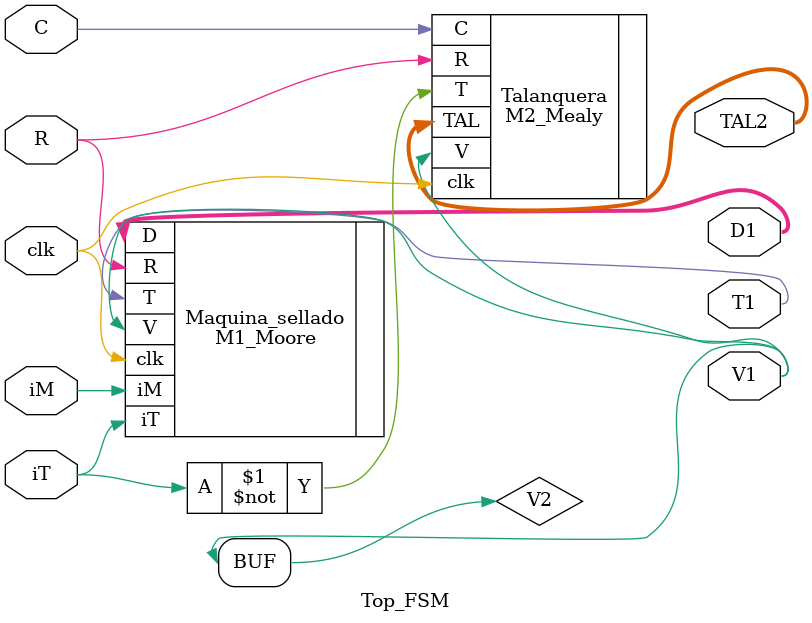
<source format=sv>
`timescale 1ns / 1ps

module Top_FSM(
    input  logic clk,
    input  logic R,
    input  logic iT,   // entrada libre para M1
    input  logic iM,   // entrada libre para M1
    input  logic C,    // entrada libre para M2
    output logic T1, V1,           // salidas de M1
    output logic [1:0] D1,         // salida D de M1
    output logic [1:0] TAL2        // salida talanquera
);
    // Señales internas
    logic V2;

    typedef enum logic [1:0] {DOWN, UP_START, UP, DOWN_START} tal_state_t;
    tal_state_t TAL_text;

    // Instancia de M1
    M1_Moore Maquina_sellado (
        .clk(clk),
        .iT(iT),
        .iM(iM),
        .R(R),
        .T(T1),
        .V(V1),
        .D(D1)
    );

    // Conexion para M2
    assign V2 = V1;

    // Instancia de M2
    M2_Mealy Talanquera (
        .clk(clk),
        .R(R),
        .T(~iT),
        .V(V2),
        .C(C),
        .TAL(TAL2)
    );

    always_comb begin
        case(TAL2)
            2'b00: TAL_text = DOWN;
            2'b01: TAL_text = UP_START;
            2'b10: TAL_text = UP;
            2'b11: TAL_text = DOWN_START;
            default: TAL_text = DOWN;
        endcase
    end
endmodule

</source>
